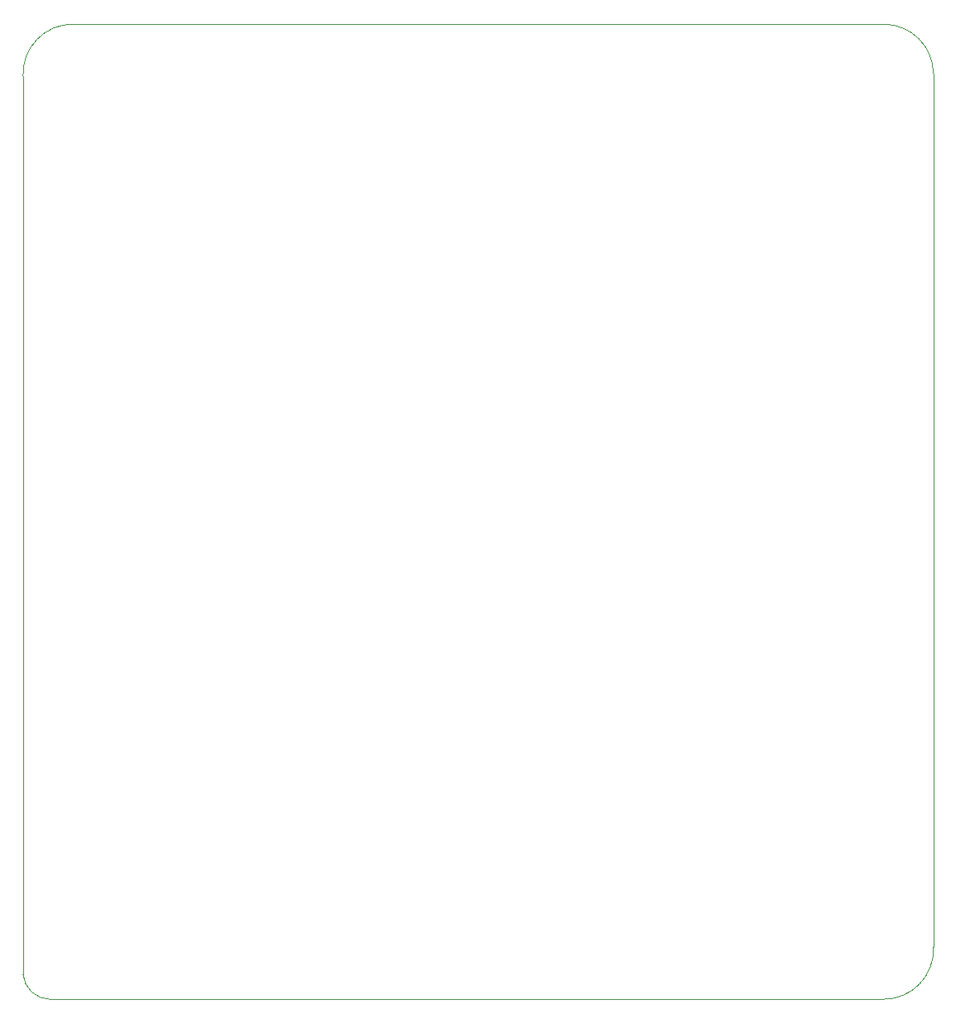
<source format=gm1>
%TF.GenerationSoftware,KiCad,Pcbnew,(6.0.2)*%
%TF.CreationDate,2022-05-10T14:08:15+02:00*%
%TF.ProjectId,shake-it-machine_pcb,7368616b-652d-4697-942d-6d616368696e,rev?*%
%TF.SameCoordinates,PXfad696c0PYf0f76bc2*%
%TF.FileFunction,Profile,NP*%
%FSLAX46Y46*%
G04 Gerber Fmt 4.6, Leading zero omitted, Abs format (unit mm)*
G04 Created by KiCad (PCBNEW (6.0.2)) date 2022-05-10 14:08:15*
%MOMM*%
%LPD*%
G01*
G04 APERTURE LIST*
%TA.AperFunction,Profile*%
%ADD10C,0.050000*%
%TD*%
G04 APERTURE END LIST*
D10*
X87870000Y99569522D02*
X5066000Y99569522D01*
X92950000Y5335522D02*
X92950000Y94489522D01*
X-8250Y94247891D02*
X-14000Y2541522D01*
X-14000Y2541522D02*
G75*
G03*
X2780000Y-10000I2793999J253999D01*
G01*
X87876338Y1839D02*
G75*
G03*
X92950000Y5335522I-1J5080001D01*
G01*
X92950000Y94489522D02*
G75*
G03*
X87870000Y99569522I-5080002J-2D01*
G01*
X5066000Y99569522D02*
G75*
G03*
X-8250Y94247891I1J-5080001D01*
G01*
X87876338Y1839D02*
X2780000Y-10000D01*
M02*

</source>
